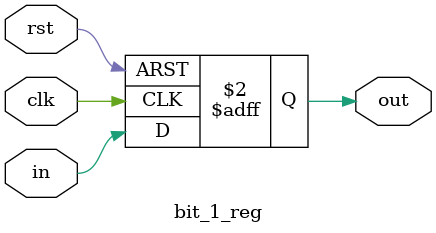
<source format=v>
module bit_1_reg (in , clk , rst , out);
input in;
input clk;
input rst;
output reg out;
always@(posedge rst or posedge clk)
begin
    if(rst)
        out <= 1'b 0;
    else
        out <= in;
end
endmodule
</source>
